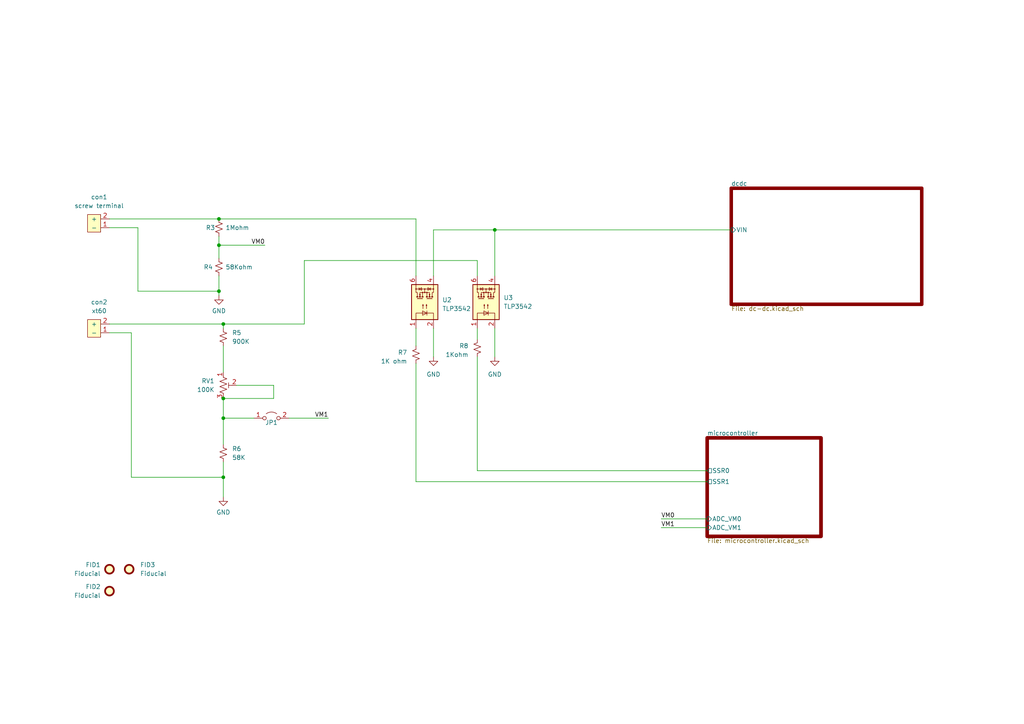
<source format=kicad_sch>
(kicad_sch (version 20210621) (generator eeschema)
  (paper "A4")
  (lib_symbols
    (symbol "Device:R_Potentiometer_Trim_US" (pin_names (offset 1.016) hide)
      (property "Reference" "RV" (at -4.445 0 90))
      (property "Value" "R_Potentiometer_Trim_US" (at -2.54 0 90))
      (symbol "R_Potentiometer_Trim_US_0_1"
        (polyline (pts (xy 0 -2.286) (xy 0 -2.54)))
        (polyline (pts (xy 0 2.286) (xy 0 2.54)))
        (polyline (pts (xy 1.524 0.762) (xy 1.524 -0.762)))
        (polyline (pts (xy 2.54 0) (xy 1.524 0)))
        (polyline (pts (xy 0 -0.762) (xy 1.016 -1.143) (xy 0 -1.524) (xy -1.016 -1.905) (xy 0 -2.286)))
        (polyline (pts (xy 0 0.762) (xy 1.016 0.381) (xy 0 0) (xy -1.016 -0.381) (xy 0 -0.762)))
        (polyline (pts (xy 0 2.286) (xy 1.016 1.905) (xy 0 1.524) (xy -1.016 1.143) (xy 0 0.762)))
      )
      (symbol "R_Potentiometer_Trim_US_1_1"
        (pin passive line (at 0 3.81 270) (length 1.27) (name "1") (number "1"))
        (pin passive line (at 3.81 0 180) (length 1.27) (name "2") (number "2"))
        (pin passive line (at 0 -3.81 90) (length 1.27) (name "3") (number "3"))
      )
    )
    (symbol "Device:R_Small_US" (pin_numbers hide) (pin_names (offset 0.254) hide)
      (property "Reference" "R" (at 0.762 0.508 0))
      (property "Value" "R_Small_US" (at 0.762 -1.016 0))
      (symbol "R_Small_US_1_1"
        (polyline (pts (xy 0 0) (xy 1.016 -0.381) (xy 0 -0.762) (xy -1.016 -1.143) (xy 0 -1.524)))
        (polyline (pts (xy 0 1.524) (xy 1.016 1.143) (xy 0 0.762) (xy -1.016 0.381) (xy 0 0)))
        (pin passive line (at 0 2.54 270) (length 1.016) (name "~") (number "1"))
        (pin passive line (at 0 -2.54 90) (length 1.016) (name "~") (number "2"))
      )
    )
    (symbol "Jumper:Jumper_2_Open" (pin_names (offset 0) hide)
      (property "Reference" "JP" (at 0 2.794 0))
      (property "Value" "Jumper_2_Open" (at 0 -2.286 0))
      (symbol "Jumper_2_Open_0_0"
        (circle (center -2.032 0) (radius 0.508))
        (circle (center 2.032 0) (radius 0.508))
      )
      (symbol "Jumper_2_Open_0_1"
        (arc (start -1.524 1.27) (end 1.524 1.27) (radius (at 0 -0.762) (length 2.54) (angles 126.9 53.1)))
      )
      (symbol "Jumper_2_Open_1_1"
        (pin passive line (at -5.08 0 0) (length 2.54) (name "A") (number "1"))
        (pin passive line (at 5.08 0 180) (length 2.54) (name "B") (number "2"))
      )
    )
    (symbol "Mechanical:Fiducial"
      (property "Reference" "FID" (at 0 5.08 0))
      (property "Value" "Fiducial" (at 0 3.175 0))
      (symbol "Fiducial_0_1"
        (circle (center 0 0) (radius 1.27) (stroke (width 0.508)) (fill (type background)))
      )
    )
    (symbol "Relay_SolidState:TLP3542"
      (property "Reference" "U" (at -3.81 5.08 0))
      (property "Value" "TLP3542" (at -1.27 -5.08 0))
      (symbol "TLP3542_0_1"
        (circle (center 2.794 -0.635) (radius 0.127))
        (circle (center 2.794 0) (radius 0.127))
        (circle (center 2.794 0.635) (radius 0.127))
        (circle (center 3.81 -2.54) (radius 0.127))
        (circle (center 3.81 0) (radius 0.127))
        (circle (center 3.81 2.54) (radius 0.127))
        (rectangle (start -5.08 3.81) (end 5.08 -3.81) (stroke (width 0.254)) (fill (type background)))
        (polyline (pts (xy -3.81 -0.635) (xy -2.54 -0.635)))
        (polyline (pts (xy 1.016 -0.635) (xy 1.016 -2.159)) (stroke (width 0.2032)))
        (polyline (pts (xy 1.016 2.159) (xy 1.016 0.635)) (stroke (width 0.2032)))
        (polyline (pts (xy 1.524 -0.508) (xy 1.524 -0.762)) (stroke (width 0.3556)))
        (polyline (pts (xy 2.794 0) (xy 3.81 0)))
        (polyline (pts (xy 3.429 -1.651) (xy 4.191 -1.651)))
        (polyline (pts (xy 3.429 1.651) (xy 4.191 1.651)))
        (polyline (pts (xy 3.81 -2.54) (xy 3.81 2.54)))
        (polyline (pts (xy 1.524 -2.032) (xy 1.524 -2.286) (xy 1.524 -2.286)) (stroke (width 0.3556)))
        (polyline (pts (xy 1.524 -1.27) (xy 1.524 -1.524) (xy 1.524 -1.524)) (stroke (width 0.3556)))
        (polyline (pts (xy 1.524 0.762) (xy 1.524 0.508) (xy 1.524 0.508)) (stroke (width 0.3556)))
        (polyline (pts (xy 1.524 1.524) (xy 1.524 1.27) (xy 1.524 1.27)) (stroke (width 0.3556)))
        (polyline (pts (xy 1.524 2.286) (xy 1.524 2.032) (xy 1.524 2.032)) (stroke (width 0.3556)))
        (polyline (pts (xy 1.651 -1.397) (xy 2.794 -1.397) (xy 2.794 -0.635)))
        (polyline (pts (xy 1.651 1.397) (xy 2.794 1.397) (xy 2.794 0.635)))
        (polyline (pts (xy -5.08 2.54) (xy -3.175 2.54) (xy -3.175 -2.54) (xy -5.08 -2.54)))
        (polyline (pts (xy -3.175 -0.635) (xy -3.81 0.635) (xy -2.54 0.635) (xy -3.175 -0.635)))
        (polyline (pts (xy 1.651 -2.159) (xy 2.794 -2.159) (xy 2.794 -2.54) (xy 5.08 -2.54)))
        (polyline (pts (xy 1.651 -0.635) (xy 2.794 -0.635) (xy 2.794 0.635) (xy 1.651 0.635)))
        (polyline (pts (xy 1.651 2.159) (xy 2.794 2.159) (xy 2.794 2.54) (xy 5.08 2.54)))
        (polyline (pts (xy 1.778 -1.397) (xy 2.286 -1.27) (xy 2.286 -1.524) (xy 1.778 -1.397)))
        (polyline (pts (xy 1.778 1.397) (xy 2.286 1.524) (xy 2.286 1.27) (xy 1.778 1.397)))
        (polyline (pts (xy 3.81 -1.651) (xy 3.429 -0.889) (xy 4.191 -0.889) (xy 3.81 -1.651)))
        (polyline (pts (xy 3.81 1.651) (xy 3.429 0.889) (xy 4.191 0.889) (xy 3.81 1.651)))
        (polyline (pts (xy -1.905 -0.508) (xy -0.635 -0.508) (xy -1.016 -0.635) (xy -1.016 -0.381) (xy -0.635 -0.508)))
        (polyline (pts (xy -1.905 0.508) (xy -0.635 0.508) (xy -1.016 0.381) (xy -1.016 0.635) (xy -0.635 0.508)))
      )
      (symbol "TLP3542_1_1"
        (pin passive line (at -7.62 2.54 0) (length 2.54) (name "~") (number "1"))
        (pin passive line (at -7.62 -2.54 0) (length 2.54) (name "~") (number "2"))
        (pin no_connect line (at -5.08 0 0) (length 2.54) hide (name "~") (number "3"))
        (pin passive line (at 7.62 -2.54 180) (length 2.54) (name "~") (number "4"))
        (pin passive line (at 7.62 2.54 180) (length 2.54) (name "~") (number "6"))
      )
    )
    (symbol "conectors:battery_con" (pin_names (offset 1.016))
      (property "Reference" "con" (at 0 3.81 0))
      (property "Value" "battery_con" (at 3.81 2.54 90))
      (symbol "battery_con_1_1"
        (rectangle (start -1.27 2.54) (end 2.54 -2.54) (fill (type background)))
        (pin unspecified line (at -3.81 -1.27 0) (length 2.54) (name "-") (number "1"))
        (pin unspecified line (at -3.81 1.27 0) (length 2.54) (name "+") (number "2"))
      )
    )
    (symbol "power:GND" (power) (pin_names (offset 0))
      (property "Value" "GND" (at 0 -3.81 0))
      (symbol "GND_0_1"
        (polyline (pts (xy 0 0) (xy 0 -1.27) (xy 1.27 -1.27) (xy 0 -2.54) (xy -1.27 -1.27) (xy 0 -1.27)))
      )
      (symbol "GND_1_1"
        (pin power_in line (at 0 0 270) (length 0) hide (name "GND") (number "1"))
      )
    )
  )
  (junction (at 63.5 63.5) (diameter 0.9144))
  (junction (at 63.5 71.12) (diameter 0.9144))
  (junction (at 63.5 84.455) (diameter 0.9144))
  (junction (at 64.77 93.98) (diameter 0.9144))
  (junction (at 64.77 115.57) (diameter 0.9144))
  (junction (at 64.77 121.285) (diameter 0.9144))
  (junction (at 64.77 138.43) (diameter 0.9144))
  (junction (at 143.51 66.675) (diameter 0.9144))
  (wire (pts (xy 31.75 63.5) (xy 63.5 63.5)))
  (wire (pts (xy 31.75 93.98) (xy 64.77 93.98)))
  (wire (pts (xy 31.75 96.52) (xy 38.1 96.52)))
  (wire (pts (xy 38.1 96.52) (xy 38.1 138.43)))
  (wire (pts (xy 38.1 138.43) (xy 64.77 138.43)))
  (wire (pts (xy 40.005 66.04) (xy 31.75 66.04)))
  (wire (pts (xy 40.005 84.455) (xy 40.005 66.04)))
  (wire (pts (xy 63.5 63.5) (xy 120.65 63.5)))
  (wire (pts (xy 63.5 68.58) (xy 63.5 71.12)))
  (wire (pts (xy 63.5 71.12) (xy 63.5 74.93)))
  (wire (pts (xy 63.5 80.01) (xy 63.5 84.455)))
  (wire (pts (xy 63.5 84.455) (xy 40.005 84.455)))
  (wire (pts (xy 63.5 84.455) (xy 63.5 85.725)))
  (wire (pts (xy 64.77 93.98) (xy 64.77 95.25)))
  (wire (pts (xy 64.77 93.98) (xy 88.265 93.98)))
  (wire (pts (xy 64.77 100.33) (xy 64.77 107.95)))
  (wire (pts (xy 64.77 115.57) (xy 64.77 121.285)))
  (wire (pts (xy 64.77 121.285) (xy 64.77 128.905)))
  (wire (pts (xy 64.77 121.285) (xy 73.66 121.285)))
  (wire (pts (xy 64.77 133.985) (xy 64.77 138.43)))
  (wire (pts (xy 64.77 138.43) (xy 64.77 144.145)))
  (wire (pts (xy 68.58 111.76) (xy 79.375 111.76)))
  (wire (pts (xy 76.835 71.12) (xy 63.5 71.12)))
  (wire (pts (xy 79.375 111.76) (xy 79.375 115.57)))
  (wire (pts (xy 79.375 115.57) (xy 64.77 115.57)))
  (wire (pts (xy 83.82 121.285) (xy 95.25 121.285)))
  (wire (pts (xy 88.265 75.565) (xy 138.43 75.565)))
  (wire (pts (xy 88.265 93.98) (xy 88.265 75.565)))
  (wire (pts (xy 120.65 63.5) (xy 120.65 80.01)))
  (wire (pts (xy 120.65 95.25) (xy 120.65 100.33)))
  (wire (pts (xy 120.65 105.41) (xy 120.65 139.7)))
  (wire (pts (xy 120.65 139.7) (xy 205.105 139.7)))
  (wire (pts (xy 125.73 66.675) (xy 143.51 66.675)))
  (wire (pts (xy 125.73 80.01) (xy 125.73 66.675)))
  (wire (pts (xy 125.73 95.25) (xy 125.73 103.505)))
  (wire (pts (xy 138.43 75.565) (xy 138.43 80.01)))
  (wire (pts (xy 138.43 95.25) (xy 138.43 98.425)))
  (wire (pts (xy 138.43 136.525) (xy 138.43 103.505)))
  (wire (pts (xy 143.51 66.675) (xy 143.51 80.01)))
  (wire (pts (xy 143.51 66.675) (xy 212.09 66.675)))
  (wire (pts (xy 143.51 95.25) (xy 143.51 103.505)))
  (wire (pts (xy 191.77 150.495) (xy 205.105 150.495)))
  (wire (pts (xy 191.77 153.035) (xy 205.105 153.035)))
  (wire (pts (xy 205.105 136.525) (xy 138.43 136.525)))
  (label "VM0" (at 76.835 71.12 180))
  (label "VM1" (at 95.25 121.285 180))
  (label "VM0" (at 191.77 150.495 0))
  (label "VM1" (at 191.77 153.035 0))
  (symbol (lib_id "power:GND") (at 63.5 85.725 0) (mirror y) (unit 1)
    (property "Reference" "#PWR0109" (effects hide))
    (property "Value" "GND" (at 63.5 90.17 0))
  )
  (symbol (lib_id "power:GND") (at 64.77 144.145 0) (unit 1)
    (property "Reference" "#PWR0108" (effects hide))
    (property "Value" "GND" (at 64.77 148.59 0))
  )
  (symbol (lib_id "power:GND") (at 125.73 103.505 0) (unit 1)
    (property "Reference" "#PWR0101" (effects hide))
    (property "Value" "GND" (at 125.73 108.585 0))
  )
  (symbol (lib_id "power:GND") (at 143.51 103.505 0) (unit 1)
    (property "Reference" "#PWR0103" (effects hide))
    (property "Value" "GND" (at 143.51 108.585 0))
  )
  (symbol (lib_id "Mechanical:Fiducial") (at 31.75 165.1 0) (mirror x) (unit 1)
    (property "Reference" "FID1" (at 29.21 163.8299 0) (effects (justify right)))
    (property "Value" "Fiducial" (at 29.21 166.3699 0) (effects (justify right)))
    (property "Footprint" "vanalles:Fiducial_0.5mm_Mask1.5mm" (effects hide))
  )
  (symbol (lib_id "Mechanical:Fiducial") (at 31.75 171.45 0) (mirror x) (unit 1)
    (property "Reference" "FID2" (at 29.21 170.1799 0) (effects (justify right)))
    (property "Value" "Fiducial" (at 29.21 172.7199 0) (effects (justify right)))
    (property "Footprint" "vanalles:Fiducial_0.5mm_Mask1.5mm" (effects hide))
  )
  (symbol (lib_id "Mechanical:Fiducial") (at 37.465 165.1 0) (unit 1)
    (property "Reference" "FID3" (at 40.64 163.8299 0) (effects (justify left)))
    (property "Value" "Fiducial" (at 40.64 166.3699 0) (effects (justify left)))
    (property "Footprint" "vanalles:Fiducial_0.5mm_Mask1.5mm" (effects hide))
  )
  (symbol (lib_id "Device:R_Small_US") (at 63.5 66.04 0) (unit 1)
    (property "Reference" "R3" (at 59.69 66.0399 0) (effects (justify left)))
    (property "Value" "1Mohm" (at 65.405 66.0399 0) (effects (justify left)))
    (property "Footprint" "vanalles:0603" (effects hide))
  )
  (symbol (lib_id "Device:R_Small_US") (at 63.5 77.47 0) (unit 1)
    (property "Reference" "R4" (at 59.055 77.4699 0) (effects (justify left)))
    (property "Value" "58Kohm" (at 65.405 77.4699 0) (effects (justify left)))
    (property "Footprint" "vanalles:0603" (effects hide))
  )
  (symbol (lib_id "Device:R_Small_US") (at 64.77 97.79 0) (unit 1)
    (property "Reference" "R5" (at 67.31 96.5199 0) (effects (justify left)))
    (property "Value" "900K" (at 67.31 99.0599 0) (effects (justify left)))
    (property "Footprint" "vanalles:0603" (effects hide))
  )
  (symbol (lib_id "Device:R_Small_US") (at 64.77 131.445 0) (unit 1)
    (property "Reference" "R6" (at 67.31 130.1749 0) (effects (justify left)))
    (property "Value" "58K" (at 67.31 132.7149 0) (effects (justify left)))
    (property "Footprint" "vanalles:0603" (effects hide))
  )
  (symbol (lib_id "Device:R_Small_US") (at 120.65 102.87 0) (mirror x) (unit 1)
    (property "Reference" "R7" (at 118.11 102.2349 0) (effects (justify right)))
    (property "Value" "1K ohm " (at 118.11 104.7749 0) (effects (justify right)))
    (property "Footprint" "vanalles:0603" (effects hide))
  )
  (symbol (lib_id "Device:R_Small_US") (at 138.43 100.965 0) (mirror x) (unit 1)
    (property "Reference" "R8" (at 135.89 100.3299 0) (effects (justify right)))
    (property "Value" "1Kohm" (at 135.89 102.8699 0) (effects (justify right)))
    (property "Footprint" "vanalles:0603" (effects hide))
  )
  (symbol (lib_id "Jumper:Jumper_2_Open") (at 78.74 121.285 0) (unit 1)
    (property "Reference" "JP1" (at 78.74 122.555 0))
    (property "Value" "Jumper_2_Open" (effects hide))
    (property "Footprint" "vanalles:SolderJumper-2_P1.3mm_Open_Pad1.0x1.5mm" (effects hide))
  )
  (symbol (lib_id "conectors:battery_con") (at 27.94 64.77 0) (mirror y) (unit 1)
    (property "Reference" "con1" (at 28.7655 57.15 0))
    (property "Value" "screw terminal" (at 28.7655 59.69 0))
    (property "Footprint" "connectors_user:2pin_screw" (effects hide))
  )
  (symbol (lib_id "conectors:battery_con") (at 27.94 95.25 0) (mirror y) (unit 1)
    (property "Reference" "con2" (at 28.7655 87.63 0))
    (property "Value" "xt60" (at 28.7655 90.17 0))
    (property "Footprint" "connectors_user:AMASS_XT60PW-F" (effects hide))
  )
  (symbol (lib_id "Device:R_Potentiometer_Trim_US") (at 64.77 111.76 0) (unit 1)
    (property "Reference" "RV1" (at 62.23 110.4899 0) (effects (justify right)))
    (property "Value" "100K" (at 62.23 113.0299 0) (effects (justify right)))
    (property "Footprint" "vanalles:3314G-1-201E bourns trimmer" (effects hide))
  )
  (symbol (lib_id "Relay_SolidState:TLP3542") (at 123.19 87.63 90) (unit 1)
    (property "Reference" "U2" (at 128.27 86.9949 90) (effects (justify right)))
    (property "Value" "TLP3542" (at 128.27 89.5349 90) (effects (justify right)))
    (property "Footprint" "halfgeleiders:TLP3542" (effects hide))
    (property "Datasheet" "https://toshiba.semicon-storage.com/info/docget.jsp?did=1284&prodName=TLP3542" (effects hide))
  )
  (symbol (lib_id "Relay_SolidState:TLP3542") (at 140.97 87.63 90) (unit 1)
    (property "Reference" "U3" (at 146.05 86.3599 90) (effects (justify right)))
    (property "Value" "TLP3542" (at 146.05 88.8999 90) (effects (justify right)))
    (property "Footprint" "halfgeleiders:TLP3542" (effects hide))
    (property "Datasheet" "https://toshiba.semicon-storage.com/info/docget.jsp?did=1284&prodName=TLP3542" (effects hide))
  )
  (sheet (at 212.09 54.61) (size 55.245 33.655) (stroke (width 1))
    (property "Sheet name" "dcdc" (at 212.09 53.9743 0) (effects (justify left bottom)))
    (property "Sheet file" "dc-dc.kicad_sch" (at 212.09 88.7737 0) (effects (justify left top)))
    (pin "VIN" input (at 212.09 66.675 180))
  )
  (sheet (at 205.105 127) (size 33.02 28.575) (stroke (width 1))
    (property "Sheet name" "microcontroller" (at 205.105 126.3643 0) (effects (justify left bottom)))
    (property "Sheet file" "microcontroller.kicad_sch" (at 205.105 156.0837 0) (effects (justify left top)))
    (pin "ADC_VM1" input (at 205.105 153.035 180))
    (pin "ADC_VM0" input (at 205.105 150.495 180))
    (pin "SSR1" output (at 205.105 139.7 180))
    (pin "SSR0" output (at 205.105 136.525 180))
  )
)
</source>
